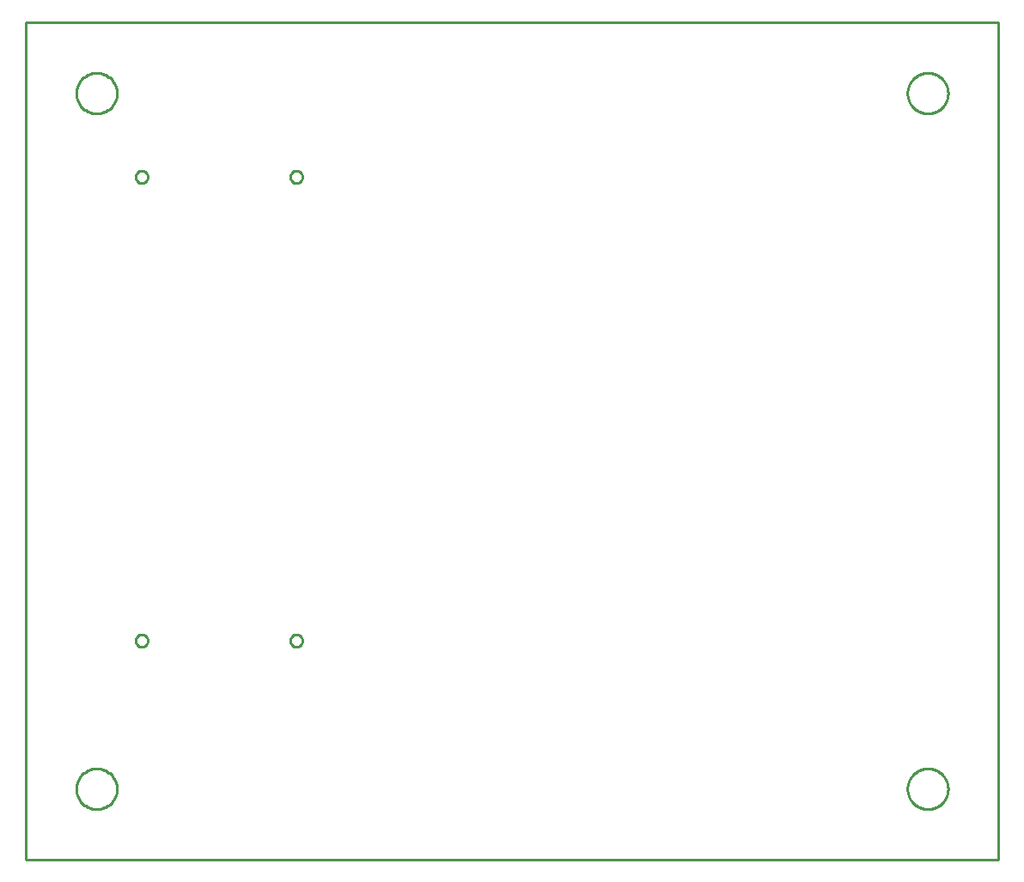
<source format=gbr>
G04 EAGLE Gerber X2 export*
%TF.Part,Single*%
%TF.FileFunction,Profile,NP*%
%TF.FilePolarity,Positive*%
%TF.GenerationSoftware,Autodesk,EAGLE,9.1.3*%
%TF.CreationDate,2018-09-15T00:02:42Z*%
G75*
%MOMM*%
%FSLAX34Y34*%
%LPD*%
%AMOC8*
5,1,8,0,0,1.08239X$1,22.5*%
G01*
%ADD10C,0.254000*%


D10*
X565150Y63500D02*
X1524000Y63500D01*
X1524000Y889000D01*
X565150Y889000D01*
X565150Y63500D01*
X655000Y818546D02*
X654927Y817339D01*
X654781Y816139D01*
X654563Y814950D01*
X654274Y813777D01*
X653915Y812623D01*
X653486Y811493D01*
X652990Y810391D01*
X652428Y809320D01*
X651803Y808286D01*
X651116Y807291D01*
X650371Y806340D01*
X649569Y805435D01*
X648715Y804581D01*
X647810Y803779D01*
X646859Y803034D01*
X645864Y802347D01*
X644830Y801722D01*
X643759Y801160D01*
X642657Y800664D01*
X641527Y800235D01*
X640373Y799876D01*
X639200Y799587D01*
X638011Y799369D01*
X636811Y799223D01*
X635604Y799150D01*
X634396Y799150D01*
X633189Y799223D01*
X631989Y799369D01*
X630800Y799587D01*
X629627Y799876D01*
X628473Y800235D01*
X627343Y800664D01*
X626241Y801160D01*
X625170Y801722D01*
X624136Y802347D01*
X623141Y803034D01*
X622190Y803779D01*
X621285Y804581D01*
X620431Y805435D01*
X619629Y806340D01*
X618884Y807291D01*
X618197Y808286D01*
X617572Y809320D01*
X617010Y810391D01*
X616514Y811493D01*
X616085Y812623D01*
X615726Y813777D01*
X615437Y814950D01*
X615219Y816139D01*
X615073Y817339D01*
X615000Y818546D01*
X615000Y819754D01*
X615073Y820961D01*
X615219Y822161D01*
X615437Y823350D01*
X615726Y824523D01*
X616085Y825677D01*
X616514Y826807D01*
X617010Y827909D01*
X617572Y828980D01*
X618197Y830014D01*
X618884Y831009D01*
X619629Y831960D01*
X620431Y832865D01*
X621285Y833719D01*
X622190Y834521D01*
X623141Y835266D01*
X624136Y835953D01*
X625170Y836578D01*
X626241Y837140D01*
X627343Y837636D01*
X628473Y838065D01*
X629627Y838424D01*
X630800Y838713D01*
X631989Y838931D01*
X633189Y839077D01*
X634396Y839150D01*
X635604Y839150D01*
X636811Y839077D01*
X638011Y838931D01*
X639200Y838713D01*
X640373Y838424D01*
X641527Y838065D01*
X642657Y837636D01*
X643759Y837140D01*
X644830Y836578D01*
X645864Y835953D01*
X646859Y835266D01*
X647810Y834521D01*
X648715Y833719D01*
X649569Y832865D01*
X650371Y831960D01*
X651116Y831009D01*
X651803Y830014D01*
X652428Y828980D01*
X652990Y827909D01*
X653486Y826807D01*
X653915Y825677D01*
X654274Y824523D01*
X654563Y823350D01*
X654781Y822161D01*
X654927Y820961D01*
X655000Y819754D01*
X655000Y818546D01*
X1474150Y818546D02*
X1474077Y817339D01*
X1473931Y816139D01*
X1473713Y814950D01*
X1473424Y813777D01*
X1473065Y812623D01*
X1472636Y811493D01*
X1472140Y810391D01*
X1471578Y809320D01*
X1470953Y808286D01*
X1470266Y807291D01*
X1469521Y806340D01*
X1468719Y805435D01*
X1467865Y804581D01*
X1466960Y803779D01*
X1466009Y803034D01*
X1465014Y802347D01*
X1463980Y801722D01*
X1462909Y801160D01*
X1461807Y800664D01*
X1460677Y800235D01*
X1459523Y799876D01*
X1458350Y799587D01*
X1457161Y799369D01*
X1455961Y799223D01*
X1454754Y799150D01*
X1453546Y799150D01*
X1452339Y799223D01*
X1451139Y799369D01*
X1449950Y799587D01*
X1448777Y799876D01*
X1447623Y800235D01*
X1446493Y800664D01*
X1445391Y801160D01*
X1444320Y801722D01*
X1443286Y802347D01*
X1442291Y803034D01*
X1441340Y803779D01*
X1440435Y804581D01*
X1439581Y805435D01*
X1438779Y806340D01*
X1438034Y807291D01*
X1437347Y808286D01*
X1436722Y809320D01*
X1436160Y810391D01*
X1435664Y811493D01*
X1435235Y812623D01*
X1434876Y813777D01*
X1434587Y814950D01*
X1434369Y816139D01*
X1434223Y817339D01*
X1434150Y818546D01*
X1434150Y819754D01*
X1434223Y820961D01*
X1434369Y822161D01*
X1434587Y823350D01*
X1434876Y824523D01*
X1435235Y825677D01*
X1435664Y826807D01*
X1436160Y827909D01*
X1436722Y828980D01*
X1437347Y830014D01*
X1438034Y831009D01*
X1438779Y831960D01*
X1439581Y832865D01*
X1440435Y833719D01*
X1441340Y834521D01*
X1442291Y835266D01*
X1443286Y835953D01*
X1444320Y836578D01*
X1445391Y837140D01*
X1446493Y837636D01*
X1447623Y838065D01*
X1448777Y838424D01*
X1449950Y838713D01*
X1451139Y838931D01*
X1452339Y839077D01*
X1453546Y839150D01*
X1454754Y839150D01*
X1455961Y839077D01*
X1457161Y838931D01*
X1458350Y838713D01*
X1459523Y838424D01*
X1460677Y838065D01*
X1461807Y837636D01*
X1462909Y837140D01*
X1463980Y836578D01*
X1465014Y835953D01*
X1466009Y835266D01*
X1466960Y834521D01*
X1467865Y833719D01*
X1468719Y832865D01*
X1469521Y831960D01*
X1470266Y831009D01*
X1470953Y830014D01*
X1471578Y828980D01*
X1472140Y827909D01*
X1472636Y826807D01*
X1473065Y825677D01*
X1473424Y824523D01*
X1473713Y823350D01*
X1473931Y822161D01*
X1474077Y820961D01*
X1474150Y819754D01*
X1474150Y818546D01*
X1474150Y132746D02*
X1474077Y131539D01*
X1473931Y130339D01*
X1473713Y129150D01*
X1473424Y127977D01*
X1473065Y126823D01*
X1472636Y125693D01*
X1472140Y124591D01*
X1471578Y123520D01*
X1470953Y122486D01*
X1470266Y121491D01*
X1469521Y120540D01*
X1468719Y119635D01*
X1467865Y118781D01*
X1466960Y117979D01*
X1466009Y117234D01*
X1465014Y116547D01*
X1463980Y115922D01*
X1462909Y115360D01*
X1461807Y114864D01*
X1460677Y114435D01*
X1459523Y114076D01*
X1458350Y113787D01*
X1457161Y113569D01*
X1455961Y113423D01*
X1454754Y113350D01*
X1453546Y113350D01*
X1452339Y113423D01*
X1451139Y113569D01*
X1449950Y113787D01*
X1448777Y114076D01*
X1447623Y114435D01*
X1446493Y114864D01*
X1445391Y115360D01*
X1444320Y115922D01*
X1443286Y116547D01*
X1442291Y117234D01*
X1441340Y117979D01*
X1440435Y118781D01*
X1439581Y119635D01*
X1438779Y120540D01*
X1438034Y121491D01*
X1437347Y122486D01*
X1436722Y123520D01*
X1436160Y124591D01*
X1435664Y125693D01*
X1435235Y126823D01*
X1434876Y127977D01*
X1434587Y129150D01*
X1434369Y130339D01*
X1434223Y131539D01*
X1434150Y132746D01*
X1434150Y133954D01*
X1434223Y135161D01*
X1434369Y136361D01*
X1434587Y137550D01*
X1434876Y138723D01*
X1435235Y139877D01*
X1435664Y141007D01*
X1436160Y142109D01*
X1436722Y143180D01*
X1437347Y144214D01*
X1438034Y145209D01*
X1438779Y146160D01*
X1439581Y147065D01*
X1440435Y147919D01*
X1441340Y148721D01*
X1442291Y149466D01*
X1443286Y150153D01*
X1444320Y150778D01*
X1445391Y151340D01*
X1446493Y151836D01*
X1447623Y152265D01*
X1448777Y152624D01*
X1449950Y152913D01*
X1451139Y153131D01*
X1452339Y153277D01*
X1453546Y153350D01*
X1454754Y153350D01*
X1455961Y153277D01*
X1457161Y153131D01*
X1458350Y152913D01*
X1459523Y152624D01*
X1460677Y152265D01*
X1461807Y151836D01*
X1462909Y151340D01*
X1463980Y150778D01*
X1465014Y150153D01*
X1466009Y149466D01*
X1466960Y148721D01*
X1467865Y147919D01*
X1468719Y147065D01*
X1469521Y146160D01*
X1470266Y145209D01*
X1470953Y144214D01*
X1471578Y143180D01*
X1472140Y142109D01*
X1472636Y141007D01*
X1473065Y139877D01*
X1473424Y138723D01*
X1473713Y137550D01*
X1473931Y136361D01*
X1474077Y135161D01*
X1474150Y133954D01*
X1474150Y132746D01*
X655000Y132746D02*
X654927Y131539D01*
X654781Y130339D01*
X654563Y129150D01*
X654274Y127977D01*
X653915Y126823D01*
X653486Y125693D01*
X652990Y124591D01*
X652428Y123520D01*
X651803Y122486D01*
X651116Y121491D01*
X650371Y120540D01*
X649569Y119635D01*
X648715Y118781D01*
X647810Y117979D01*
X646859Y117234D01*
X645864Y116547D01*
X644830Y115922D01*
X643759Y115360D01*
X642657Y114864D01*
X641527Y114435D01*
X640373Y114076D01*
X639200Y113787D01*
X638011Y113569D01*
X636811Y113423D01*
X635604Y113350D01*
X634396Y113350D01*
X633189Y113423D01*
X631989Y113569D01*
X630800Y113787D01*
X629627Y114076D01*
X628473Y114435D01*
X627343Y114864D01*
X626241Y115360D01*
X625170Y115922D01*
X624136Y116547D01*
X623141Y117234D01*
X622190Y117979D01*
X621285Y118781D01*
X620431Y119635D01*
X619629Y120540D01*
X618884Y121491D01*
X618197Y122486D01*
X617572Y123520D01*
X617010Y124591D01*
X616514Y125693D01*
X616085Y126823D01*
X615726Y127977D01*
X615437Y129150D01*
X615219Y130339D01*
X615073Y131539D01*
X615000Y132746D01*
X615000Y133954D01*
X615073Y135161D01*
X615219Y136361D01*
X615437Y137550D01*
X615726Y138723D01*
X616085Y139877D01*
X616514Y141007D01*
X617010Y142109D01*
X617572Y143180D01*
X618197Y144214D01*
X618884Y145209D01*
X619629Y146160D01*
X620431Y147065D01*
X621285Y147919D01*
X622190Y148721D01*
X623141Y149466D01*
X624136Y150153D01*
X625170Y150778D01*
X626241Y151340D01*
X627343Y151836D01*
X628473Y152265D01*
X629627Y152624D01*
X630800Y152913D01*
X631989Y153131D01*
X633189Y153277D01*
X634396Y153350D01*
X635604Y153350D01*
X636811Y153277D01*
X638011Y153131D01*
X639200Y152913D01*
X640373Y152624D01*
X641527Y152265D01*
X642657Y151836D01*
X643759Y151340D01*
X644830Y150778D01*
X645864Y150153D01*
X646859Y149466D01*
X647810Y148721D01*
X648715Y147919D01*
X649569Y147065D01*
X650371Y146160D01*
X651116Y145209D01*
X651803Y144214D01*
X652428Y143180D01*
X652990Y142109D01*
X653486Y141007D01*
X653915Y139877D01*
X654274Y138723D01*
X654563Y137550D01*
X654781Y136361D01*
X654927Y135161D01*
X655000Y133954D01*
X655000Y132746D01*
X825850Y736937D02*
X825925Y737607D01*
X826075Y738264D01*
X826298Y738900D01*
X826590Y739507D01*
X826949Y740078D01*
X827369Y740604D01*
X827846Y741081D01*
X828373Y741501D01*
X828943Y741860D01*
X829550Y742152D01*
X830186Y742375D01*
X830843Y742525D01*
X831513Y742600D01*
X832187Y742600D01*
X832857Y742525D01*
X833514Y742375D01*
X834150Y742152D01*
X834757Y741860D01*
X835328Y741501D01*
X835854Y741081D01*
X836331Y740604D01*
X836751Y740078D01*
X837110Y739507D01*
X837402Y738900D01*
X837625Y738264D01*
X837775Y737607D01*
X837850Y736937D01*
X837850Y736263D01*
X837775Y735593D01*
X837625Y734936D01*
X837402Y734300D01*
X837110Y733693D01*
X836751Y733123D01*
X836331Y732596D01*
X835854Y732119D01*
X835328Y731699D01*
X834757Y731340D01*
X834150Y731048D01*
X833514Y730825D01*
X832857Y730675D01*
X832187Y730600D01*
X831513Y730600D01*
X830843Y730675D01*
X830186Y730825D01*
X829550Y731048D01*
X828943Y731340D01*
X828373Y731699D01*
X827846Y732119D01*
X827369Y732596D01*
X826949Y733123D01*
X826590Y733693D01*
X826298Y734300D01*
X826075Y734936D01*
X825925Y735593D01*
X825850Y736263D01*
X825850Y736937D01*
X673450Y736937D02*
X673525Y737607D01*
X673675Y738264D01*
X673898Y738900D01*
X674190Y739507D01*
X674549Y740078D01*
X674969Y740604D01*
X675446Y741081D01*
X675973Y741501D01*
X676543Y741860D01*
X677150Y742152D01*
X677786Y742375D01*
X678443Y742525D01*
X679113Y742600D01*
X679787Y742600D01*
X680457Y742525D01*
X681114Y742375D01*
X681750Y742152D01*
X682357Y741860D01*
X682928Y741501D01*
X683454Y741081D01*
X683931Y740604D01*
X684351Y740078D01*
X684710Y739507D01*
X685002Y738900D01*
X685225Y738264D01*
X685375Y737607D01*
X685450Y736937D01*
X685450Y736263D01*
X685375Y735593D01*
X685225Y734936D01*
X685002Y734300D01*
X684710Y733693D01*
X684351Y733123D01*
X683931Y732596D01*
X683454Y732119D01*
X682928Y731699D01*
X682357Y731340D01*
X681750Y731048D01*
X681114Y730825D01*
X680457Y730675D01*
X679787Y730600D01*
X679113Y730600D01*
X678443Y730675D01*
X677786Y730825D01*
X677150Y731048D01*
X676543Y731340D01*
X675973Y731699D01*
X675446Y732119D01*
X674969Y732596D01*
X674549Y733123D01*
X674190Y733693D01*
X673898Y734300D01*
X673675Y734936D01*
X673525Y735593D01*
X673450Y736263D01*
X673450Y736937D01*
X825850Y279737D02*
X825925Y280407D01*
X826075Y281064D01*
X826298Y281700D01*
X826590Y282307D01*
X826949Y282878D01*
X827369Y283404D01*
X827846Y283881D01*
X828373Y284301D01*
X828943Y284660D01*
X829550Y284952D01*
X830186Y285175D01*
X830843Y285325D01*
X831513Y285400D01*
X832187Y285400D01*
X832857Y285325D01*
X833514Y285175D01*
X834150Y284952D01*
X834757Y284660D01*
X835328Y284301D01*
X835854Y283881D01*
X836331Y283404D01*
X836751Y282878D01*
X837110Y282307D01*
X837402Y281700D01*
X837625Y281064D01*
X837775Y280407D01*
X837850Y279737D01*
X837850Y279063D01*
X837775Y278393D01*
X837625Y277736D01*
X837402Y277100D01*
X837110Y276493D01*
X836751Y275923D01*
X836331Y275396D01*
X835854Y274919D01*
X835328Y274499D01*
X834757Y274140D01*
X834150Y273848D01*
X833514Y273625D01*
X832857Y273475D01*
X832187Y273400D01*
X831513Y273400D01*
X830843Y273475D01*
X830186Y273625D01*
X829550Y273848D01*
X828943Y274140D01*
X828373Y274499D01*
X827846Y274919D01*
X827369Y275396D01*
X826949Y275923D01*
X826590Y276493D01*
X826298Y277100D01*
X826075Y277736D01*
X825925Y278393D01*
X825850Y279063D01*
X825850Y279737D01*
X673450Y279737D02*
X673525Y280407D01*
X673675Y281064D01*
X673898Y281700D01*
X674190Y282307D01*
X674549Y282878D01*
X674969Y283404D01*
X675446Y283881D01*
X675973Y284301D01*
X676543Y284660D01*
X677150Y284952D01*
X677786Y285175D01*
X678443Y285325D01*
X679113Y285400D01*
X679787Y285400D01*
X680457Y285325D01*
X681114Y285175D01*
X681750Y284952D01*
X682357Y284660D01*
X682928Y284301D01*
X683454Y283881D01*
X683931Y283404D01*
X684351Y282878D01*
X684710Y282307D01*
X685002Y281700D01*
X685225Y281064D01*
X685375Y280407D01*
X685450Y279737D01*
X685450Y279063D01*
X685375Y278393D01*
X685225Y277736D01*
X685002Y277100D01*
X684710Y276493D01*
X684351Y275923D01*
X683931Y275396D01*
X683454Y274919D01*
X682928Y274499D01*
X682357Y274140D01*
X681750Y273848D01*
X681114Y273625D01*
X680457Y273475D01*
X679787Y273400D01*
X679113Y273400D01*
X678443Y273475D01*
X677786Y273625D01*
X677150Y273848D01*
X676543Y274140D01*
X675973Y274499D01*
X675446Y274919D01*
X674969Y275396D01*
X674549Y275923D01*
X674190Y276493D01*
X673898Y277100D01*
X673675Y277736D01*
X673525Y278393D01*
X673450Y279063D01*
X673450Y279737D01*
M02*

</source>
